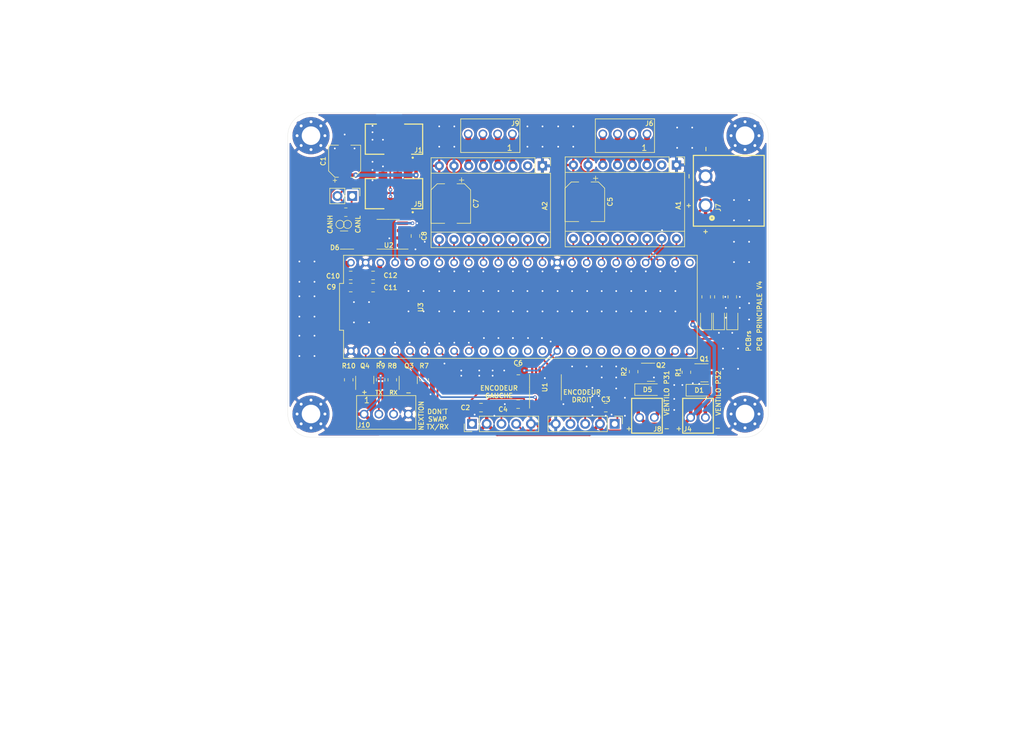
<source format=kicad_pcb>
(kicad_pcb (version 20211014) (generator pcbnew)
  (layers (0 "F.Cu" signal) (31 "B.Cu" signal) (34 "B.Paste" user) (35 "F.Paste" user) (36 "B.SilkS" user "B.Silkscreen") (37 "F.SilkS" user "F.Silkscreen") (38 "B.Mask" user) (39 "F.Mask" user) (44 "Edge.Cuts" user))
  (net 0 "")
  (net 1 "GND")
  (net 3 "Net-(A1-Pad3)")
  (net 4 "Net-(A1-Pad4)")
  (net 5 "Net-(A1-Pad5)")
  (net 6 "Net-(A1-Pad6)")
  (net 7 "+24V")
  (net 8 "/EN_D")
  (net 9 "/M0_D")
  (net 10 "/M1_D")
  (net 11 "/M2_D")
  (net 12 "/RST_D")
  (net 13 "/SLP_D")
  (net 14 "/STP_D")
  (net 15 "/DIR_D")
  (net 17 "Net-(A2-Pad3)")
  (net 18 "Net-(A2-Pad4)")
  (net 19 "Net-(A2-Pad5)")
  (net 20 "Net-(A2-Pad6)")
  (net 21 "/EN_G")
  (net 22 "/M0_G")
  (net 23 "/M1_G")
  (net 24 "/M2_G")
  (net 25 "/RST_G")
  (net 26 "/SLP_G")
  (net 27 "/STP_G")
  (net 28 "/DIR_G")
  (net 29 "+5V")
  (net 30 "+3V3")
  (net 31 "Net-(D1-Pad2)")
  (net 32 "Net-(D2-Pad2)")
  (net 33 "Net-(D3-Pad2)")
  (net 34 "Net-(D4-Pad2)")
  (net 35 "Net-(D5-Pad2)")
  (net 36 "/CANH")
  (net 37 "/CANL")
  (net 38 "/S1_G")
  (net 39 "/S2_G")
  (net 40 "/S3_G")
  (net 41 "/S1_D")
  (net 42 "/S2_D")
  (net 43 "/S3_D")
  (net 44 "/Level_shifter/IN")
  (net 45 "/Level_shifter1/IN")
  (net 46 "Net-(JP1-Pad1)")
  (net 47 "Net-(Q1-Pad1)")
  (net 48 "Net-(Q2-Pad1)")
  (net 49 "/NEXTION_TX")
  (net 50 "/NEXTION_RX")
  (net 51 "/PWM_FAN1")
  (net 52 "/PWM_FAN2")
  (net 53 "/CHANNEL_B_G")
  (net 54 "/CHANNEL_A_G")
  (net 55 "/CHANNEL_IDX_G")
  (net 56 "/CHANNEL_B_D")
  (net 57 "/CHANNEL_A_D")
  (net 58 "/CHANNEL_IDX_D")
  (net 59 "/TX_CAN")
  (net 60 "/RX_CAN")
  (footprint "Resistor_SMD:R_0805_2012Metric_Pad1.20x1.40mm_HandSolder" (layer "F.Cu") (at 101.9 73)
    (fp_text reference "R6" hide)
    (fp_text value "120")
  )
  (footprint "Capacitor_SMD:CP_Elec_6.3x5.4" (layer "F.Cu") (at 120 71.5 -90)
    (fp_text reference "C7")
    (fp_text value "47u")
  )
  (footprint "Package_TO_SOT_SMD:SOT-23" (layer "F.Cu") (at 154.5 100.6)
    (fp_text reference "Q2")
    (fp_text value "Q_NPN_BEC")
  )
  (footprint "Capacitor_SMD:C_0805_2012Metric_Pad1.18x1.45mm_HandSolder" (layer "F.Cu") (at 106.6 86 180)
    (fp_text reference "C11")
    (fp_text value "100n")
  )
  (footprint "Package_SO:SOIC-8_3.9x4.9mm_P1.27mm" (layer "F.Cu") (at 109.2 76.8 180)
    (fp_text reference "U2")
    (fp_text value "SN65HVD232")
  )
  (footprint "MountingHole:MountingHole_3.2mm_M3_Pad_Via" (layer "F.Cu") (at 170.7 107.8)
    (fp_text reference "H1" hide)
    (fp_text value "MountingHole_Pad")
  )
  (footprint "AREA_lib_Connector:Wuerth_2.54mm_4pins_61900411121" (layer "F.Cu") (at 150 59.5)
    (fp_text reference "J6")
    (fp_text value "MOTOR_D")
  )
  (footprint "Resistor_SMD:R_0805_2012Metric_Pad1.20x1.40mm_HandSolder" (layer "F.Cu") (at 166.2 87.6 -90)
    (fp_text reference "R4" hide)
    (fp_text value "560")
  )
  (footprint "AREA_lib_Connector:Wuerth_2.54mm_4pins_61900411121" (layer "F.Cu") (at 126.8 59.5)
    (fp_text reference "J9")
    (fp_text value "MOTOR_G")
  )
  (footprint "Resistor_SMD:R_0805_2012Metric_Pad1.20x1.40mm_HandSolder" (layer "F.Cu") (at 160.6 100.6 90)
    (fp_text reference "R1")
    (fp_text value "10k")
  )
  (footprint "Capacitor_SMD:C_0805_2012Metric_Pad1.18x1.45mm_HandSolder" (layer "F.Cu") (at 113.9 77.1 90)
    (fp_text reference "C8")
    (fp_text value "100n")
  )
  (footprint "Diode_SMD:D_SOD-123" (layer "F.Cu") (at 162.8 103.7)
    (fp_text reference "D1")
    (fp_text value "1N4148W")
  )
  (footprint "Connector_PinHeader_2.54mm:PinHeader_1x02_P2.54mm_Vertical" (layer "F.Cu") (at 103 70.2 -90)
    (fp_text reference "JP1" hide)
    (fp_text value "120")
  )
  (footprint "AREA_lib_Connector:690367290476" (layer "F.Cu") (at 110.2 69.8)
    (fp_text reference "J5")
    (fp_text value "CAN")
  )
  (footprint "Connector_PinHeader_2.54mm:PinHeader_1x05_P2.54mm_Vertical" (layer "F.Cu") (at 148.235 109.5 -90)
    (fp_text reference "J3" hide)
    (fp_text value "ENCODEUR_D")
  )
  (footprint "Capacitor_SMD:C_0805_2012Metric_Pad1.18x1.45mm_HandSolder" (layer "F.Cu") (at 146.7 106.7)
    (fp_text reference "C3")
    (fp_text value "100n")
  )
  (footprint "Module:Pololu_Breakout-16_15.2x20.3mm" (layer "F.Cu") (at 158.89 64.86 -90)
    (fp_text reference "A1")
    (fp_text value "Pololu_Breakout_DRV8825")
  )
  (footprint "Package_SO:TSSOP-16_4.4x5mm_P0.65mm" (layer "F.Cu") (at 136.3 103.2 90)
    (fp_text reference "U1")
    (fp_text value "4504")
  )
  (footprint "Package_TO_SOT_SMD:SOT-23" (layer "F.Cu") (at 101.6 77.8 180)
    (fp_text reference "D6")
    (fp_text value "TVS")
  )
  (footprint "Resistor_SMD:R_0805_2012Metric_Pad1.20x1.40mm_HandSolder" (layer "F.Cu") (at 164 87.6 -90)
    (fp_text reference "R3" hide)
    (fp_text value "4.7k")
  )
  (footprint "Capacitor_SMD:CP_Elec_5x5.4" (layer "F.Cu") (at 101.7 64.2 90)
    (fp_text reference "C1")
    (fp_text value "10u")
  )
  (footprint "Capacitor_SMD:C_0805_2012Metric_Pad1.18x1.45mm_HandSolder" (layer "F.Cu") (at 125.2 106.7 180)
    (fp_text reference "C2")
    (fp_text value "100n")
  )
  (footprint "Connector_PinHeader_2.54mm:PinHeader_1x05_P2.54mm_Vertical" (layer "F.Cu") (at 123.64 109.5 90)
    (fp_text reference "J2" hide)
    (fp_text value "ENCODEUR_G")
  )
  (footprint "LED_SMD:LED_0805_2012Metric_Pad1.15x1.40mm_HandSolder" (layer "F.Cu") (at 166.2 91.4 90)
    (fp_text reference "D3" hide)
    (fp_text value "LED")
  )
  (footprint "TestPoint:TestPoint_Pad_D1.0mm" (layer "F.Cu") (at 100.9 75.1 -90)
    (fp_text reference "TP1" hide)
    (fp_text value "CANH")
  )
  (footprint "Module:Pololu_Breakout-16_15.2x20.3mm" (layer "F.Cu") (at 135.78 65 -90)
    (fp_text reference "A2")
    (fp_text value "Pololu_Breakout_DRV8825")
  )
  (footprint "AREA_lib_Connector:Wuerth_2.54mm_4pins_61900411121" (layer "F.Cu") (at 108.86 107.82 180)
    (fp_text reference "J10")
    (fp_text value "NEXTION")
  )
  (footprint "MountingHole:MountingHole_3.2mm_M3_Pad_Via" (layer "F.Cu") (at 95.9 59.8)
    (fp_text reference "H2" hide)
    (fp_text value "MountingHole_Pad")
  )
  (footprint "Capacitor_SMD:C_0805_2012Metric_Pad1.18x1.45mm_HandSolder" (layer "F.Cu") (at 131.6375 100.3)
    (fp_text reference "C6")
    (fp_text value "100n")
  )
  (footprint "AREA_lib_Connector:Wuerth_2.54mm_2pins_61900211121" (layer "F.Cu") (at 153.8 108.1 180)
    (fp_text reference "J8")
    (fp_text value "FAN")
  )
  (footprint "AREA_lib_Connector:Wuerth_batcon_691313710002" (layer "F.Cu") (at 163.9 69.3 90)
    (fp_text reference "J7")
    (fp_text value "BATT")
  )
  (footprint "Package_TO_SOT_SMD:SOT-23" (layer "F.Cu") (at 163.7 100.7)
    (fp_text reference "Q1")
    (fp_text value "Q_NPN_BEC")
  )
  (footprint "Resistor_SMD:R_0805_2012Metric_Pad1.20x1.40mm_HandSolder" (layer "F.Cu") (at 102.4 101.9 -90)
    (fp_text reference "R10")
    (fp_text value "10k")
  )
  (footprint "Resistor_SMD:R_0805_2012Metric_Pad1.20x1.40mm_HandSolder" (layer "F.Cu") (at 109.91 101.9 -90)
    (fp_text reference "R8")
    (fp_text value "10k")
  )
  (footprint "Resistor_SMD:R_0805_2012Metric_Pad1.20x1.40mm_HandSolder" (layer "F.Cu") (at 107.9 101.9 90)
    (fp_text reference "R9")
    (fp_text value "10k")
  )
  (footprint "Resistor_SMD:R_0805_2012Metric_Pad1.20x1.40mm_HandSolder" (layer "F.Cu") (at 168.5 87.6 -90)
    (fp_text reference "R5" hide)
    (fp_text value "220")
  )
  (footprint "Resistor_SMD:R_0805_2012Metric_Pad1.20x1.40mm_HandSolder" (layer "F.Cu") (at 115.41 101.9 90)
    (fp_text reference "R7")
    (fp_text value "10k")
  )
  (footprint "TestPoint:TestPoint_Pad_D1.0mm" (layer "F.Cu") (at 102.2 75.1 -90)
    (fp_text reference "TP2" hide)
    (fp_text value "CANL")
  )
  (footprint "Resistor_SMD:R_0805_2012Metric_Pad1.20x1.40mm_HandSolder" (layer "F.Cu") (at 151.5 100.5 90)
    (fp_text reference "R2")
    (fp_text value "10k")
  )
  (footprint "Capacitor_SMD:C_0805_2012Metric_Pad1.18x1.45mm_HandSolder" (layer "F.Cu") (at 131.6 106.1)
    (fp_text reference "C4")
    (fp_text value "100n")
  )
  (footprint "MountingHole:MountingHole_3.2mm_M3_Pad_Via" (layer "F.Cu") (at 95.9 107.8)
    (fp_text reference "H3" hide)
    (fp_text value "MountingHole_Pad")
  )
  (footprint "Capacitor_SMD:C_0805_2012Metric_Pad1.18x1.45mm_HandSolder" (layer "F.Cu") (at 102.7475 86)
    (fp_text reference "C9")
    (fp_text value "100n")
  )
  (footprint "Package_TO_SOT_SMD:SOT-23" (layer "F.Cu") (at 105.16 101.92 90)
    (fp_text reference "Q4")
    (fp_text value "SI2302S")
  )
  (footprint "AREA_lib_Connector:690367290476" (layer "F.Cu") (at 110.2 60.4)
    (fp_text reference "J1")
    (fp_text value "CAN")
  )
  (footprint "Capacitor_SMD:CP_Elec_6.3x5.4" (layer "F.Cu") (at 143.1 71.2 -90)
    (fp_text reference "C5")
    (fp_text value "47u")
  )
  (footprint "Capacitor_SMD:C_0805_2012Metric_Pad1.18x1.45mm_HandSolder" (layer "F.Cu") (at 106.6 83.9 180)
    (fp_text reference "C12")
    (fp_text value "10u")
  )
  (footprint "AREA_lib_Connector:Wuerth_2.54mm_2pins_61900211121" (layer "F.Cu") (at 162.6 108.1 180)
    (fp_text reference "J4")
    (fp_text value "FAN")
  )
  (footprint "LED_SMD:LED_0805_2012Metric_Pad1.15x1.40mm_HandSolder" (layer "F.Cu") (at 168.5 91.4 90)
    (fp_text reference "D4" hide)
    (fp_text value "LED")
  )
  (footprint "AREA_lib_composant:Teensy_4-1" (layer "F.Cu") (at 131.99 89.32)
    (fp_text reference "U3")
    (fp_text value "TEENSY 4.1")
  )
  (footprint "MountingHole:MountingHole_3.2mm_M3_Pad_Via" (layer "F.Cu") (at 170.7 59.8)
    (fp_text reference "H4" hide)
    (fp_text value "MountingHole_Pad")
  )
  (footprint "LED_SMD:LED_0805_2012Metric_Pad1.15x1.40mm_HandSolder" (layer "F.Cu") (at 164 91.4 90)
    (fp_text reference "D2" hide)
    (fp_text value "LED")
  )
  (footprint "Capacitor_SMD:C_0805_2012Metric_Pad1.18x1.45mm_HandSolder" (layer "F.Cu") (at 102.7375 83.9)
    (fp_text reference "C10")
    (fp_text value "10u")
  )
  (footprint "Package_TO_SOT_SMD:SOT-23" (layer "F.Cu") (at 112.66 101.92 90)
    (fp_text reference "Q3")
    (fp_text value "SI2302S")
  )
  (footprint "Diode_SMD:D_SOD-123" (layer "F.Cu") (at 153.95 103.6)
    (fp_text reference "D5")
    (fp_text value "1N4148W")
  )
  (gr_line (start 91.9 59.8) (end 91.9 107.8) (layer "Edge.Cuts") (width 0.0381))
  (gr_arc (start 91.9 59.8) (mid 93.071573 56.971573) (end 95.9 55.8) (layer "Edge.Cuts") (width 0.0381))
  (gr_arc (start 170.7 55.8) (mid 173.528427 56.971573) (end 174.7 59.8) (layer "Edge.Cuts") (width 0.0381))
  (gr_line (start 95.9 111.8) (end 170.7 111.8) (layer "Edge.Cuts") (width 0.0381))
  (gr_arc (start 95.9 111.8) (mid 93.071573 110.628427) (end 91.9 107.8) (layer "Edge.Cuts") (width 0.0381))
  (gr_arc (start 174.7 107.8) (mid 173.528427 110.628427) (end 170.7 111.8) (layer "Edge.Cuts") (width 0.0381))
  (gr_line (start 170.7 55.8) (end 95.9 55.8) (layer "Edge.Cuts") (width 0.0381))
  (gr_line (start 174.7 59.8) (end 174.7 107.8) (layer "Edge.Cuts") (width 0.0381))
  (gr_text "-" (at 163.9 62.1 90) (layer "F.SilkS") (effects (font (size 0.8128 0.8128) (thickness 0.1524))))
  (gr_text "ENCODEUR\nGAUCHE" (at 128.3 104) (layer "F.SilkS") (effects (font (size 0.8128 0.8128) (thickness 0.1524))))
  (gr_text "VENTILO P31" (at 157.2 104.2 90) (layer "F.SilkS") (effects (font (size 0.8128 0.8128) (thickness 0.1524))))
  (gr_text "+" (at 161 71.8) (layer "F.SilkS") (effects (font (size 0.8128 0.8128) (thickness 0.1524))))
  (gr_text "+" (at 163.9 76.3) (layer "F.SilkS") (effects (font (size 0.8128 0.8128) (thickness 0.1524))))
  (gr_text "-" (at 166 110.3 180) (layer "F.SilkS") (effects (font (size 0.8128 0.8128) (thickness 0.1524))))
  (gr_text "+" (at 150.7 110.3) (layer "F.SilkS") (effects (font (size 0.8128 0.8128) (thickness 0.1524))))
  (gr_text "CANH" (at 99.2 75.1 90) (layer "F.SilkS") (effects (font (size 0.8128 0.8128) (thickness 0.1524))))
  (gr_text "-" (at 161 66.8 90) (layer "F.SilkS") (effects (font (size 0.8128 0.8128) (thickness 0.1524))))
  (gr_text "DON'T\nSWAP\nTX/RX" (at 117.7 108.7) (layer "F.SilkS") (effects (font (size 0.8128 0.8128) (thickness 0.1524))))
  (gr_text "-" (at 157.2 110.4 180) (layer "F.SilkS") (effects (font (size 0.8128 0.8128) (thickness 0.1524))))
  (gr_text "+" (at 105.1 104) (layer "F.SilkS") (effects (font (size 0.8128 0.8128) (thickness 0.1524))))
  (gr_text "PCBrs" (at 171.3 95.2 90) (layer "F.SilkS") (effects (font (size 0.8128 0.8128) (thickness 0.1524))))
  (gr_text "ENCODEUR\nDROIT" (at 142.6 104.7) (layer "F.SilkS") (effects (font (size 0.8128 0.8128) (thickness 0.1524))))
  (gr_text "TX" (at 107.6 104.1) (layer "F.SilkS") (effects (font (size 0.7 0.7) (thickness 0.1524))))
  (gr_text "-" (at 112.7 104.1) (layer "F.SilkS") (effects (font (size 0.8128 0.8128) (thickness 0.1524))))
  (gr_text "PCB PRINCIPALE V4" (at 173.2 90.9 90) (layer "F.SilkS") (effects (font (size 0.8128 0.8128) (thickness 0.1524))))
  (gr_text "VENTILO P32" (at 166.1 104.2 90) (layer "F.SilkS") (effects (font (size 0.8128 0.8128) (thickness 0.1524))))
  (gr_text "RX" (at 110.1 104.1) (layer "F.SilkS") (effects (font (size 0.7 0.7) (thickness 0.1524))))
  (gr_text "+" (at 159.3 110.3) (layer "F.SilkS") (effects (font (size 0.8128 0.8128) (thickness 0.1524))))
  (gr_text "CANL" (at 104 75.1 90) (layer "F.SilkS") (effects (font (size 0.8128 0.8128) (thickness 0.1524))))
  (gr_text "NEXTION" (at 114.9 108.1 90) (layer "F.SilkS") (effects (font (size 0.8128 0.8128) (thickness 0.1524))))
  (segment (start 135.975 101.375) (end 135.975 100.3375) (width 0.4) (layer "F.Cu") (net 1))
  (segment (start 136.2 101.6) (end 135.975 101.375) (width 0.4) (layer "F.Cu") (net 1))
  (via (at 123.1 95.5) (size 0.6) (drill 0.3) (layers "F.Cu" "B.Cu") (net 1))
  (via (at 135.7 94.7) (size 0.6) (drill 0.3) (layers "F.Cu" "B.Cu") (net 1))
  (via (at 115.3 90.1) (size 0.6) (drill 0.3) (layers "F.Cu" "B.Cu") (net 1))
  (via (at 169.8 89.5) (size 0.6) (drill 0.3) (layers "F.Cu" "B.Cu") (net 1))
  (via (at 125.6 86.6) (size 0.6) (drill 0.3) (layers "F.Cu" "B.Cu") (net 1))
  (via (at 171.4 78.1) (size 0.6) (drill 0.3) (layers "F.Cu" "B.Cu") (net 1))
  (via (at 105.9 92) (size 0.6) (drill 0.3) (layers "F.Cu" "B.Cu") (net 1))
  (via (at 105.9 88.5) (size 0.6) (drill 0.3) (layers "F.Cu" "B.Cu") (net 1))
  (via (at 120.6 83.2) (size 0.6) (drill 0.3) (layers "F.Cu" "B.Cu") (net 1))
  (via (at 129.2 100.3) (size 0.6) (drill 0.3) (layers "F.Cu" "B.Cu") (net 1))
  (via (at 140.9 83.2) (size 0.6) (drill 0.3) (layers "F.Cu" "B.Cu") (net 1))
  (via (at 148.5 99.6) (size 0.6) (drill 0.3) (layers "F.Cu" "B.Cu") (net 1))
  (via (at 103.4 62) (size 0.6) (drill 0.3) (layers "F.Cu" "B.Cu") (net 1))
  (via (at 166.9 96.5) (size 0.6) (drill 0.3) (layers "F.Cu" "B.Cu") (net 1))
  (via (at 140.9 90.1) (size 0.6) (drill 0.3) (layers "F.Cu" "B.Cu") (net 1))
  (via (at 124.1 107.9) (size 0.6) (drill 0.3) (layers "F.Cu" "B.Cu") (net 1))
  (via (at 96.5 87.5) (size 0.6) (drill 0.3) (layers "F.Cu" "B.Cu") (net 1))
  (via (at 158.7 83.2) (size 0.6) (drill 0.3) (layers "F.Cu" "B.Cu") (net 1))
  (via (at 153.6 86.6) (size 0.6) (drill 0.3) (layers "F.Cu" "B.Cu") (net 1))
  (via (at 138.4 83.2) (size 0.6) (drill 0.3) (layers "F.Cu" "B.Cu") (net 1))
  (via (at 146 86.6) (size 0.6) (drill 0.3) (layers "F.Cu" "B.Cu") (net 1))
  (via (at 169.5 100) (size 0.6) (drill 0.3) (layers "F.Cu" "B.Cu") (net 1))
  (via (at 144.4 103.3) (size 0.6) (drill 0.3) (layers "F.Cu" "B.Cu") (net 1))
  (via (at 106.5 60.5) (size 0.6) (drill 0.3) (layers "F.Cu" "B.Cu") (net 1))
  (via (at 112.7 86.6) (size 0.6) (drill 0.3) (layers "F.Cu" "B.Cu") (net 1))
  (via (at 128.2 94.7) (size 0.6) (drill 0.3) (layers "F.Cu" "B.Cu") (net 1))
  (via (at 141.1 58.2) (size 0.6) (drill 0.3) (layers "F.Cu" "B.Cu") (net 1))
  (via (at 115.3 86.6) (size 0.6) (drill 0.3) (layers "F.Cu" "B.Cu") (net 1))
  (via (at 148.5 86.6) (size 0.6) (drill 0.3) (layers "F.Cu" "B.Cu") (net 1))
  (via (at 166.9 100) (size 0.6) (drill 0.3) (layers "F.Cu" "B.Cu") (net 1))
  (via (at 93.9 81.5) (size 0.6) (drill 0.3) (layers "F.Cu" "B.Cu") (net 1))
  (via (at 158.5 107.1) (size 0.6) (drill 0.3) (layers "F.Cu" "B.Cu") (net 1))
  (via (at 93.9 97.8) (size 0.6) (drill 0.3) (layers "F.Cu" "B.Cu") (net 1))
  (via (at 103.3 92) (size 0.6) (drill 0.3) (layers "F.Cu" "B.Cu") (net 1))
  (via (at 159 58.4) (size 0.6) (drill 0.3) (layers "F.Cu" "B.Cu") (net 1))
  (via (at 167.4 89.5) (size 0.6) (drill 0.3) (layers "F.Cu" "B.Cu") (net 1))
  (via (at 124.9 100.3) (size 0.6) (drill 0.3) (layers "F.Cu" "B.Cu") (net 1))
  (via (at 146.7 108.1) (size 0.6) (drill 0.3) (layers "F.Cu" "B.Cu") (net 1))
  (via (at 133.2 61.7) (size 0.6) (drill 0.3) (layers "F.Cu" "B.Cu") (net 1))
  (via (at 128.2 86.6) (size 0.6) (drill 0.3) (layers "F.Cu" "B.Cu") (net 1))
  (via (at 133.2 86.6) (size 0.6) (drill 0.3) (layers "F.Cu" "B.Cu") (net 1))
  (via (at 130.7 83.2) (size 0.6) (drill 0.3) (layers "F.Cu" "B.Cu") (net 1))
  (via (at 168.8 70.9) (size 0.6) (drill 0.3) (layers "F.Cu" "B.Cu") (net 1))
  (via (at 115.5 78.1) (size 0.6) (drill 0.3) (layers "F.Cu" "B.Cu") (net 1))
  (via (at 120.6 58.2) (size 0.6) (drill 0.3) (layers "F.Cu" "B.Cu") (net 1))
  (via (at 146 101.5) (size 0.6) (drill 0.3) (layers "F.Cu" "B.Cu") (net 1))
  (via (at 123.1 86.6) (size 0.6) (drill 0.3) (layers "F.Cu" "B.Cu") (net 1))
  (via (at 144.4 108) (size 0.6) (drill 0.3) (layers "F.Cu" "B.Cu") (net 1))
  (via (at 135.8 90.1) (size 0.6) (drill 0.3) (layers "F.Cu" "B.Cu") (net 1))
  (via (at 118 95.6) (size 0.6) (drill 0.3) (layers "F.Cu" "B.Cu") (net 1))
  (via (at 140.9 86.6) (size 0.6) (drill 0.3) (layers "F.Cu" "B.Cu") (net 1))
  (via (at 96.5 91) (size 0.6) (drill 0.3) (layers "F.Cu" "B.Cu") (net 1))
  (via (at 146 83.2) (size 0.6) (drill 0.3) (layers "F.Cu" "B.Cu") (net 1))
  (via (at 168.8 74.4) (size 0.6) (drill 0.3) (layers "F.Cu" "B.Cu") (net 1))
  (via (at 115.5 95.5) (size 0.6) (drill 0.3) (layers "F.Cu" "B.Cu") (net 1))
  (via (at 135.8 58.2) (size 0.6) (drill 0.3) (layers "F.Cu" "B.Cu") (net 1))
  (via (at 133.2 58.2) (size 0.6) (drill 0.3) (layers "F.Cu" "B.Cu") (net 1))
  (via (at 112.7 90.1) (size 0.6) (drill 0.3) (layers "F.Cu" "B.Cu") (net 1))
  (via (at 120.6 61.7) (size 0.6) (drill 0.3) (layers "F.Cu" "B.Cu") (net 1))
  (via (at 125.6 90.1) (size 0.6) (drill 0.3) (layers "F.Cu" "B.Cu") (net 1))
  (via (at 103.3 88.5) (size 0.6) (drill 0.3) (layers "F.Cu" "B.Cu") (net 1))
  (via (at 156.4 76.1) (size 0.6) (drill 0.3) (layers "F.Cu" "B.Cu") (net 1))
  (via (at 150 108.1) (size 0.6) (drill 0.3) (layers "F.Cu" "B.Cu") (net 1))
  (via (at 138.5 61.7) (size 0.6) (drill 0.3) (layers "F.Cu" "B.Cu") (net 1))
  (via (at 125.7 94.7) (size 0.6) (drill 0.3) (layers "F.Cu" "B.Cu") (net 1))
  (via (at 125.6 83.2) (size 0.6) (drill 0.3) (layers "F.Cu" "B.Cu") (net 1))
  (via (at 144.4 104.7) (size 0.6) (drill 0.3) (layers "F.Cu" "B.Cu") (net 1))
  (via (at 171.4 91.5) (size 0.6) (drill 0.3) (layers "F.Cu" "B.Cu") (net 1))
  (via (at 133.2 83.2) (size 0.6) (drill 0.3) (layers "F.Cu" "B.Cu") (net 1))
  (via (at 120.6 90.1) (size 0.6) (drill 0.3) (layers "F.Cu" "B.Cu") (net 1))
  (via (at 167.3 87.6) (size 0.6) (drill 0.3) (layers "F.Cu" "B.Cu") (net 1))
  (via (at 146 90.1) (size 0.6) (drill 0.3) (layers "F.Cu" "B.Cu") (net 1))
  (via (at 93.9 87.5) (size 0.6) (drill 0.3) (layers "F.Cu" "B.Cu") (net 1))
  (via (at 128.2 90.1) (size 0.6) (drill 0.3) (layers "F.Cu" "B.Cu") (net 1))
  (via (at 138.4 90.1) (size 0.6) (drill 0.3) (layers "F.Cu" "B.Cu") (net 1))
  (via (at 138.5 58.2) (size 0.6) (drill 0.3) (layers "F.Cu" "B.Cu") (net 1))
  (via (at 109.4 77.5) (size 0.6) (drill 0.3) (layers "F.Cu" "B.Cu") (net 1))
  (via (at 150 105) (size 0.6) (drill 0.3) (layers "F.Cu" "B.Cu") (net 1))
  (via (at 123.1 83.2) (size 0.6) (drill 0.3) (layers "F.Cu" "B.Cu") (net 1))
  (via (at 143.5 86.6) (size 0.6) (drill 0.3) (layers "F.Cu" "B.Cu") (net 1))
  (via (at 156.1 83.2) (size 0.6) (drill 0.3) (layers "F.Cu" "B.Cu") (net 1))
  (via (at 158.7 86.6) (size 0.6) (drill 0.3) (layers "F.Cu" "B.Cu") (net 1))
  (via (at 158.7 90.1) (size 0.6) (drill 0.3) (layers "F.Cu" "B.Cu") (net 1))
  (via (at 141.1 61.7) (size 0.6) (drill 0.3) (layers "F.Cu" "B.Cu") (net 1))
  (via (at 106.5 64.3) (size 0.6) (drill 0.3) (layers "F.Cu" "B.Cu") (net 1))
  (via (at 120.6 95.5) (size 0.6) (drill 0.3) (layers "F.Cu" "B.Cu") (net 1))
  (via (at 159.9 102.8) (size 0.6) (drill 0.3) (layers "F.Cu" "B.Cu") (net 1))
  (via (at 168.8 78.1) (size 0.6) (drill 0.3) (layers "F.Cu" "B.Cu") (net 1))
  (via (at 118 83.2) (size 0.6) (drill 0.3) (layers "F.Cu" "B.Cu") (net 1))
  (via (at 155 101.5) (size 0.6) (drill 0.3) (layers "F.Cu" "B.Cu") (net 1))
  (via (at 171.4 88.7) (size 0.6) (drill 0.3) (layers "F.Cu" "B.Cu") (net 1))
  (via (at 136.2 101.6) (size 0.6) (drill 0.3) (layers "F.Cu" "B.Cu") (net 1))
  (via (at 168.8 81.6) (size 0.6) (drill 0.3) (layers "F.Cu" "B.Cu") (net 1))
  (via (at 108.3 65.1) (size 0.6) (drill 0.3) (layers "F.Cu" "B.Cu") (net 1))
  (via (at 158.5 102.8) (size 0.6) (drill 0.3) (layers "F.Cu" "B.Cu") (net 1))
  (via (at 110.4 95.5) (size 0.6) (drill 0.3) (layers "F.Cu" "B.Cu") (net 1))
  (via (at 93.9 91) (size 0.6) (drill 0.3) (layers "F.Cu" "B.Cu") (net 1))
  (via (at 143.5 90.1) (size 0.6) (drill 0.3) (layers "F.Cu" "B.Cu") (net 1))
  (via (at 145.5 104.7) (size 0.6) (drill 0.3) (layers "F.Cu" "B.Cu") (net 1))
  (via (at 138.4 86.6) (size 0.6) (drill 0.3) (layers "F.Cu" "B.Cu") (net 1))
  (via (at 169.5 96.5) (size 0.6) (drill 0.3) (layers "F.Cu" "B.Cu") (net 1))
  (via (at 148.5 101.5) (size 0.6) (drill 0.3) (layers "F.Cu" "B.Cu") (net 1))
  (via (at 118 86.6) (size 0.6) (drill 0.3) (layers "F.Cu" "B.Cu") (net 1))
  (via (at 130.7 94.7) (size 0.6) (drill 0.3) (layers "F.Cu" "B.Cu") (net 1))
  (via (at 151.1 90.1) (size 0.6) (drill 0.3) (layers "F.Cu" "B.Cu") (net 1))
  (via (at 118 61.7) (size 0.6) (drill 0.3) (layers "F.Cu" "B.Cu") (net 1))
  (via (at 151.1 83.2) (size 0.6) (drill 0.3) (layers "F.Cu" "B.Cu") (net 1))
  (via (at 129.3 106.1) (size 0.6) (drill 0.3) (layers "F.Cu" "B.Cu") (net 1))
  (via (at 159 61.9) (size 0.6) (drill 0.3) (layers "F.Cu" "B.Cu") (net 1))
  (via (at 144.4 106.6) (size 0.6) (drill 0.3) (layers "F.Cu" "B.Cu") (net 1))
  (via (at 161.6 61.9) (size 0.6) (drill 0.3) (layers "F.Cu" "B.Cu") (net 1))
  (via (at 135.8 61.7) (size 0.6) (drill 0.3) (layers "F.Cu" "B.Cu") (net 1))
  (via (at 106.5 58.1) (size 0.6) (drill 0.3) (layers "F.Cu" "B.Cu") (net 1))
  (via (at 96.5 81.5) (size 0.6) (drill 0.3) (layers "F.Cu" "B.Cu") (net 1))
  (via (at 101.7 59.6) (size 0.6) (drill 0.3) (layers "F.Cu" "B.Cu") (net 1))
  (via (at 151.1 86.6) (size 0.6) (drill 0.3) (layers "F.Cu" "B.Cu") (net 1))
  (via (at 161.7 102.5) (size 0.6) (drill 0.3) (layers "F.Cu" "B.Cu") (net 1))
  (via (at 161.6 58.4) (size 0.6) (drill 0.3) (layers "F.Cu" "B.Cu") (net 1))
  (via (at 137.2 95.3) (size 0.6) (drill 0.3) (layers "F.Cu" "B.Cu") (net 1))
  (via (at 100 62) (size 0.6) (drill 0.3) (layers "F.Cu" "B.Cu") (net 1))
  (via (at 135.8 83.2) (size 0.6) (drill 0.3) (layers "F.Cu" "B.Cu") (net 1))
  (via (at 106.5 65.7) (size 0.6) (drill 0.3) (layers "F.Cu" "B.Cu") (net 1))
  (via (at 130.7 90.1) (size 0.6) (drill 0.3) (layers "F.Cu" "B.Cu") (net 1))
  (via (at 148.5 103.4) (size 0.6) (drill 0.3) (layers "F.Cu" "B.Cu") (net 1))
  (via (at 121.8 101.2) (size 0.6) (drill 0.3) (layers "F.Cu" "B.Cu") (net 1))
  (via (at 133.3 94.7) (size 0.6) (drill 0.3) (layers "F.Cu" "B.Cu") (net 1))
  (via (at 162.8 102.6) (size 0.6) (drill 0.3) (layers "F.Cu" "B.Cu") (net 1))
  (via (at 135.8 86.6) (size 0.6) (drill 0.3) (layers "F.Cu" "B.Cu") (net 1))
  (via (at 156.1 90.1) (size 0.6) (drill 0.3) (layers "F.Cu" "B.Cu") (net 1))
  (via (at 118.9 99.1) (size 0.6) (drill 0.3) (layers "F.Cu" "B.Cu") (net 1))
  (via (at 139.4 106.1) (size 0.6) (drill 0.3) (layers "F.Cu" "B.Cu") (net 1))
  (via (at 123.1 90.1) (size 0.6) (drill 0.3) (layers "F.Cu" "B.Cu") (net 1))
  (via (at 127.5 108.1) (size 0.6) (drill 0.3) (layers "F.Cu" "B.Cu") (net 1))
  (via (at 167.4 91.2) (size 0.6) (drill 0.3) (layers "F.Cu" "B.Cu") (net 1))
  (via (at 106.5 59.2) (size 0.6) (drill 0.3) (layers "F.Cu" "B.Cu") (net 1))
  (via (at 158.5 105.2) (size 0.6) (drill 0.3) (layers "F.Cu" "B.Cu") (net 1))
  (via (at 143.5 83.2) (size 0.6) (drill 0.3) (layers "F.Cu" "B.Cu") (net 1))
  (via (at 96.5 85) (size 0.6) (drill 0.3) (layers "F.Cu" "B.Cu") (net 1))
  (via (at 166.2 93.8) (size 0.6) (drill 0.3) (layers "F.Cu" "B.Cu") (net 1))
  (via (at 171.4 81.6) (size 0.6) (drill 0.3) (layers "F.Cu" "B.Cu") (net 1))
  (via (at 143.4 99.6) (size 0.6) (drill 0.3) (layers "F.Cu" "B.Cu") (net 1))
  (via (at 146 99.6) (size 0.6) (drill 0.3) (layers "F.Cu" "B.Cu") (net 1))
  (via (at 116.5 104.4) (size 0.6) (drill 0.3) (layers "F.Cu" "B.Cu") (net 1))
  (via (at 113.9 79.4) (size 0.6) (drill 0.3) (layers "F.Cu" "B.Cu") (net 1))
  (via (at 140.9 99.6) (size 0.6) (drill 0.3) (layers "F.Cu" "B.Cu") (net 1))
  (via (at 168.5 93.8) (size 0.6) (drill 0.3) (layers "F.Cu" "B.Cu") (net 1))
  (via (at 133.2 90.1) (size 0.6) (drill 0.3) (layers "F.Cu" "B.Cu") (net 1))
  (via (at 124.9 101.2) (size 0.6) (drill 0.3) (layers "F.Cu" "B.Cu") (net 1))
  (via (at 96.5 97.8) (size 0.6) (drill 0.3) (layers "F.Cu" "B.Cu") (net 1))
  (via (at 156.1 86.6) (size 0.6) (drill 0.3) (layers "F.Cu" "B.Cu") (net 1))
  (via (at 96.5 94.3) (size 0.6) (drill 0.3) (layers "F.Cu" "B.Cu") (net 1))
  (via (at 148.5 90.1) (size 0.6) (drill 0.3) (layers "F.Cu" "B.Cu") (net 1))
  (via (at 130.7 86.6) (size 0.6) (drill 0.3) (layers "F.Cu" "B.Cu") (net 1))
  (via (at 108.3 60.5) (size 0.6) (drill 0.3) (layers "F.Cu" "B.Cu") (net 1))
  (via (at 121.8 100.3) (size 0.6) (drill 0.3) (layers "F.Cu" "B.Cu") (net 1))
  (via (at 127.2 100.3) (size 0.6) (drill 0.3) (layers "F.Cu" "B.Cu") (net 1))
  (via (at 114.2 74.9) (size 0.6) (drill 0.3) (layers "F.Cu" "B.Cu") (net 1))
  (via (at 171.4 70.9) (size 0.6) (drill 0.3) (layers "F.Cu" "B.Cu") (net 1))
  (via (at 128.2 83.2) (size 0.6) (drill 0.3) (layers "F.Cu" "B.Cu") (net 1))
  (via (at 153.6 83.2) (size 0.6) (drill 0.3) (layers "F.Cu" "B.Cu") (net 1))
  (via (at 153.6 90.1) (size 0.6) (drill 0.3) (layers "F.Cu" "B.Cu") (net 1))
  (via (at 93.9 85) (size 0.6) (drill 0.3) (layers "F.Cu" "B.Cu") (net 1))
  (via (at 127.2 101.2) (size 0.6) (drill 0.3) (layers "F.Cu" "B.Cu") (net 1))
  (via (at 106.5 67.5) (size 0.6) (drill 0.3) (layers "F.Cu" "B.Cu") (net 1))
  (via (at 118 58.2) (size 0.6) (drill 0.3) (layers "F.Cu" "B.Cu") (net 1))
  (via (at 169.8 87.6) (size 0.6) (drill 0.3) (layers "F.Cu" "B.Cu") (net 1))
  (via (at 93.9 94.3) (size 0.6) (drill 0.3) (layers "F.Cu" "B.Cu") (net 1))
  (via (at 120.6 86.6) (size 0.6) (drill 0.3) (layers "F.Cu" "B.Cu") (net 1))
  (via (at 148.5 83.2) (size 0.6) (drill 0.3) (layers "F.Cu" "B.Cu") (net 1))
  (via (at 112.9 95.5) (size 0.6) (drill 0.3) (layers "F.Cu" "B.Cu") (net 1))
  (via (at 118 90.1) (size 0.6) (drill 0.3) (layers "F.Cu" "B.Cu") (net 1))
  (via (at 147.7 107.9) (size 0.6) (drill 0.3) (layers "F.Cu" "B.Cu") (net 1))
  (via (at 171.4 74.4) (size 0.6) (drill 0.3) (layers "F.Cu" "B.Cu") (net 1))
  (segment (start 153.81 59.5) (end 153.81 64.86) (width 1) (layer "F.Cu") (net 3))
  (segment (start 151.27 59.5) (end 151.27 64.86) (width 1) (layer "F.Cu") (net 4))
  (segment (start 148.73 59.5) (end 148.73 64.86) (width 1) (layer "F.Cu") (net 5))
  (segment (start 146.19 59.5) (end 146.19 64.86) (width 1) (layer "F.Cu") (net 6))
  (segment (start 161.33 108.4) (end 161.33 103.88) (width 0.6) (layer "F.Cu") (net 7))
  (segment (start 160.149489 109.580511) (end 161.33 108.4) (width 0.6) (layer "F.Cu") (net 7))
  (segment (start 163.9 86.5) (end 164 86.6) (width 0.6) (layer "F.Cu") (net 7))
  (segment (start 163.9 71.8) (end 163.9 86.5) (width 0.6) (layer "F.Cu") (net 7))
  (segment (start 152.3 103.6) (end 152.3 108.17) (width 0.6) (layer "F.Cu") (net 7))
  (segment (start 162.2 86.6) (end 161.7 87.1) (width 0.6) (layer "F.Cu") (net 7))
  (segment (start 161.33 103.88) (end 161.15 103.7) (width 0.6) (layer "F.Cu") (net 7))
  (segment (start 164 86.6) (end 162.2 86.6) (width 0.6) (layer "F.Cu") (net 7))
  (segment (start 152.53 108.4) (end 153.710511 109.580511) (width 0.6) (layer "F.Cu") (net 7))
  (segment (start 152.3 108.17) (end 152.53 108.4) (width 0.6) (layer "F.Cu") (net 7))
  (segment (start 161.7 87.1) (end 161.7 92.4) (width 0.6) (layer "F.Cu") (net 7))
  (segment (start 153.710511 109.580511) (end 160.149489 109.580511) (width 0.6) (layer "F.Cu") (net 7))
  (via (at 161.7 92.4) (size 0.9) (drill 0.4) (layers "F.Cu" "B.Cu") (net 7))
  (segment (start 165.4 96.1) (end 165.4 104.33) (width 0.6) (layer "B.Cu") (net 7))
  (segment (start 165.4 104.33) (end 161.33 108.4) (width 0.6) (layer "B.Cu") (net 7))
  (segment (start 161.7 92.4) (end 165.4 96.1) (width 0.6) (layer "B.Cu") (net 7))
  (segment (start 141.11 77.56) (end 141.11 81.47) (width 0.3) (layer "F.Cu") (net 8))
  (segment (start 141.11 81.47) (end 140.88 81.7) (width 0.3) (layer "F.Cu") (net 8))
  (segment (start 143.65 77.56) (end 143.65 81.47) (width 0.3) (layer "F.Cu") (net 9))
  (segment (start 143.65 81.47) (end 143.42 81.7) (width 0.3) (layer "F.Cu") (net 9))
  (segment (start 146.19 77.56) (end 146.19 81.47) (width 0.3) (layer "F.Cu") (net 10))
  (segment (start 146.19 81.47) (end 145.96 81.7) (width 0.3) (layer "F.Cu") (net 10))
  (segment (start 148.73 77.56) (end 148.73 81.47) (width 0.3) (layer "F.Cu") (net 11))
  (segment (start 148.73 81.47) (end 148.5 81.7) (width 0.3) (layer "F.Cu") (net 11))
  (segment (start 151.27 81.47) (end 151.04 81.7) (width 0.3) (layer "F.Cu") (net 12))
  (segment (start 151.27 77.56) (end 151.27 81.47) (width 0.3) (layer "F.Cu") (net 12))
  (segment (start 153.81 77.56) (end 153.81 79.39) (width 0.3) (layer "F.Cu") (net 13))
  (segment (start 153.81 79.39) (end 156.12 81.7) (width 0.3) (layer "F.Cu") (net 13))
  (segment (start 156.35 78.93) (end 153.58 81.7) (width 0.3) (layer "B.Cu") (net 14))
  (segment (start 156.35 77.56) (end 156.35 78.93) (width 0.3) (layer "B.Cu") (net 14))
  (segment (start 158.89 81.47) (end 158.66 81.7) (width 0.3) (layer "F.Cu") (net 15))
  (segment (start 158.89 77.56) (end 158.89 81.47) (width 0.3) (layer "F.Cu") (net 15))
  (segment (start 130.61 64.91) (end 130.7 65) (width 1) (layer "F.Cu") (net 17))
  (segment (start 130.61 59.5) (end 130.61 64.91) (width 1) (layer "F.Cu") (net 17))
  (segment (start 128.07 59.5) (end 128.07 64.91) (width 1) (layer "F.Cu") (net 18))
  (segment (start 128.07 64.91) (end 128.16 65) (width 1) (layer "F.Cu") (net 18))
  (segment (start 125.53 64.91) (end 125.62 65) (width 1) (layer "F.Cu") (net 19))
  (segment (start 125.53 59.5) (end 125.53 64.91) (width 1) (layer "F.Cu") (net 19))
  (segment (start 122.99 59.5) (end 122.99 64.91) (width 1) (layer "F.Cu") (net 20))
  (segment (start 122.99 64.91) (end 123.08 65) (width 1) (layer "F.Cu") (net 20))
  (segment (start 118 81.68) (end 118.02 81.7) (width 0.3) (layer "F.Cu") (net 21))
  (segment (start 118 77.7) (end 118 81.68) (width 0.3) (layer "F.Cu") (net 21))
  (segment (start 120.54 77.7) (end 120.54 81.68) (width 0.3) (layer "F.Cu") (net 22))
  (segment (start 120.54 81.68) (end 120.56 81.7) (width 0.3) (layer "F.Cu") (net 22))
  (segment (start 123.08 81.68) (end 123.1 81.7) (width 0.3) (layer "F.Cu") (net 23))
  (segment (start 123.08 77.7) (end 123.08 81.68) (width 0.3) (layer "F.Cu") (net 23))
  (segment (start 125.62 81.68) (end 125.64 81.7) (width 0.3) (layer "F.Cu") (net 24))
  (segment (start 125.62 77.7) (end 125.62 81.68) (width 0.3) (layer "F.Cu") (net 24))
  (segment (start 128.16 77.7) (end 128.16 81.68) (width 0.3) (layer "F.Cu") (net 25))
  (segment (start 128.16 81.68) (end 128.18 81.7) (width 0.3) (layer "F.Cu") (net 25))
  (segment (start 130.7 77.7) (end 130.7 81.68) (width 0.3) (layer "F.Cu") (net 26))
  (segment (start 130.7 81.68) (end 130.72 81.7) (width 0.3) (layer "F.Cu") (net 26))
  (segment (start 133.24 77.7) (end 133.24 81.68) (width 0.3) (layer "F.Cu") (net 27))
  (segment (start 133.24 81.68) (end 133.26 81.7) (width 0.3) (layer "F.Cu") (net 27))
  (segment (start 135.78 77.7) (end 135.78 81.68) (width 0.3) (layer "F.Cu") (net 28))
  (segment (start 135.78 81.68) (end 135.8 81.7) (width 0.3) (layer "F.Cu") (net 28))
  (segment (start 167.5 84.2) (end 166.2 85.5) (width 0.6) (layer "F.Cu") (net 29))
  (segment (start 126.2375 106.7) (end 126.2375 105.5625) (width 0.3) (layer "F.Cu") (net 29))
  (segment (start 101.7 82.5) (end 101.7 81.8) (width 0.6) (layer "F.Cu") (net 29))
  (segment (start 114 63.3) (end 114 71.6) (width 0.6) (layer "F.Cu") (net 29))
  (segment (start 98.6 66.4) (end 96 69) (width 0.6) (layer "F.Cu") (net 29))
  (segment (start 171.7 84.2) (end 167.5 84.2) (width 0.6) (layer "F.Cu") (net 29))
  (segment (start 101.7 83.9) (end 101.7 82.78) (width 0.6) (layer "F.Cu") (net 29))
  (segment (start 165.523489 110.776511) (end 166.4 109.9) (width 0.6) (layer "F.Cu") (net 29))
  (segment (start 145.695 109.5) (end 145.695 110.195) (width 0.6) (layer "F.Cu") (net 29))
  (segment (start 113.35 62.65) (end 114 63.3) (width 0.6) (layer "F.Cu") (net 29))
  (segment (start 126.70152 105.09848) (end 132.49848 105.09848) (width 0.3) (layer "F.Cu") (net 29))
  (segment (start 113.55 72.05) (end 112.105 72.05) (width 0.6) (layer "F.Cu") (net 29))
  (segment (start 101.2 81.7) (end 101.6 81.7) (width 0.6) (layer "F.Cu") (net 29))
  (segment (start 101.98 82.5) (end 102.29 82.19) (width 0.6) (layer "F.Cu") (net 29))
  (segment (start 101.71 83.91) (end 101.7 83.9) (width 0.6) (layer "F.Cu") (net 29))
  (segment (start 101.7 82) (end 102 81.7) (width 0.6) (layer "F.Cu") (net 29))
  (segment (start 145.695 109.5) (end 145.695 106.7325) (width 0.6) (layer "F.Cu") (net 29))
  (segment (start 172.3 99.2) (end 172.3 84.8) (width 0.6) (layer "F.Cu") (net 29))
  (segment (start 117.7 101.7) (end 117.7 111.1) (width 0.3) (layer "F.Cu") (net 29))
  (segment (start 99.6 81.7) (end 100.4 81.7) (width 0.6) (layer "F.Cu") (net 29))
  (segment (start 114 71.6) (end 113.55 72.05) (width 0.6) (layer "F.Cu") (net 29))
  (segment (start 100.62 81.7) (end 101.7 82.78) (width 0.6) (layer "F.Cu") (net 29))
  (segment (start 132.6375 105.2375) (end 132.6375 106.1) (width 0.3) (layer "F.Cu") (net 29))
  (segment (start 127.98 111.3) (end 143.895 111.3) (width 0.6) (layer "F.Cu") (net 29))
  (segment (start 101.7 82.5) (end 101.98 82.5) (width 0.6) (layer "F.Cu") (net 29))
  (segment (start 146.276511 110.776511) (end 165.523489 110.776511) (width 0.6) (layer "F.Cu") (net 29))
  (segment (start 96 78.1) (end 99.6 81.7) (width 0.6) (layer "F.Cu") (net 29))
  (segment (start 101.6 81.7) (end 102 81.7) (width 0.6) (layer "F.Cu") (net 29))
  (segment (start 101.7 81.8) (end 101.6 81.7) (width 0.6) (layer "F.Cu") (net 29))
  (segment (start 116.9 100.9) (end 117.7 101.7) (width 0.3) (layer "F.Cu") (net 29))
  (segment (start 99.6 90.4) (end 101.71 88.29) (width 0.6) (layer "F.Cu") (net 29))
  (segment (start 166.2 85.5) (end 166.2 86.6) (width 0.6) (layer "F.Cu") (net 29))
  (segment (start 166.4 109.9) (end 166.4 105.1) (width 0.6) (layer "F.Cu") (net 29))
  (segment (start 101.71 86) (end 101.71 83.91) (width 0.6) (layer "F.Cu") (net 29))
  (segment (start 101.2 81.7) (end 101.2 82) (width 0.6) (layer "F.Cu") (net 29))
  (segment (start 134.025 106.0625) (end 132.675 106.0625) (width 0.3) (layer "F.Cu") (net 29))
  (segment (start 145.695 106.7325) (end 145.6625 106.7) (width 0.6) (layer "F.Cu") (net 29))
  (segment (start 108.33 111.1) (end 117.7 111.1) (width 0.6) (layer "F.Cu") (net 29))
  (segment (start 101.7 82.5) (end 101.7 82) (width 0.6) (layer "F.Cu") (net 29))
  (segment (start 172.3 84.8) (end 171.7 84.2) (width 0.6) (layer "F.Cu") (net 29))
  (segment (start 99.6 104.1) (end 99.6 90.4) (width 0.6) (layer "F.Cu") (net 29))
  (segment (start 103.32 107.82) (end 99.6 104.1) (width 0.6) (layer "F.Cu") (net 29))
  (segment (start 145.695 110.195) (end 146.276511 110.776511) (width 0.6) (layer "F.Cu") (net 29))
  (segment (start 126.18 109.5) (end 127.98 111.3) (width 0.6) (layer "F.Cu") (net 29))
  (segment (start 112.105 62.65) (end 113.35 62.65) (width 0.6) (layer "F.Cu") (net 29))
  (segment (start 105.05 107.82) (end 103.32 107.82) (width 0.6) (layer "F.Cu") (net 29))
  (segment (start 132.49848 105.09848) (end 132.6375 105.2375) (width 0.3) (layer "F.Cu") (net 29))
  (segment (start 101.2 82) (end 101.7 82.5) (width 0.6) (layer "F.Cu") (net 29))
  (segment (start 115.41 100.9) (end 116.9 100.9) (width 0.3) (layer "F.Cu") (net 29))
  (segment (start 126.18 109.5) (end 126.18 106.7575) (width 0.6) (layer "F.Cu") (net 29))
  (segment (start 105.05 107.82) (end 108.33 111.1) (width 0.6) (layer "F.Cu") (net 29))
  (segment (start 124.58 111.1) (end 126.18 109.5) (width 0.6) (layer "F.Cu") (net 29))
  (segment (start 126.2375 105.5625) (end 126.70152 105.09848) (width 0.3) (layer "F.Cu") (net 29))
  (segment (start 117.7 111.1) (end 124.58 111.1) (width 0.6) (layer "F.Cu") (net 29))
  (segment (start 101.7 83.9) (end 101.7 82.5) (width 0.6) (layer "F.Cu") (net 29))
  (segment (start 102 81.7) (end 102.78 81.7) (width 0.6) (layer "F.Cu") (net 29))
  (segment (start 132.675 106.0625) (end 132.6375 106.1) (width 0.3) (layer "F.Cu") (net 29))
  (segment (start 96 69) (end 96 78.1) (width 0.6) (layer "F.Cu") (net 29))
  (segment (start 101.8 66.4) (end 98.6 66.4) (width 0.6) (layer "F.Cu") (net 29))
  (segment (start 101.7 82.78) (end 102.29 82.19) (width 0.6) (layer "F.Cu") (net 29))
  (segment (start 126.18 106.7575) (end 126.2375 106.7) (width 0.6) (layer "F.Cu") (net 29))
  (segment (start 100.4 81.7) (end 101.2 81.7) (width 0.6) (layer "F.Cu") (net 29))
  (segment (start 101.71 88.29) (end 101.71 86) (width 0.6) (layer "F.Cu") (net 29))
  (segment (start 100.4 81.7) (end 100.62 81.7) (width 0.6) (layer "F.Cu") (net 29))
  (segment (start 143.895 111.3) (end 145.695 109.5) (width 0.6) (layer "F.Cu") (net 29))
  (segment (start 101.9 66.6) (end 101.7 66.4) (width 0.6) (layer "F.Cu") (net 29))
  (segment (start 102.29 82.19) (end 102.78 81.7) (width 0.6) (layer "F.Cu") (net 29))
  (segment (start 103.6 66.6) (end 101.9 66.6) (width 0.6) (layer "F.Cu") (net 29))
  (segment (start 166.4 105.1) (end 172.3 99.2) (width 0.6) (layer "F.Cu") (net 29))
  (via (at 103.6 66.6) (size 0.9) (drill 0.4) (layers "F.Cu" "B.Cu") (net 29))
  (via (at 114 66.6) (size 0.9) (drill 0.4) (layers "F.Cu" "B.Cu") (net 29))
  (via (at 107.9 101.2) (size 0.6) (drill 0.3) (layers "F.Cu" "B.Cu") (net 29))
  (segment (start 107.9 104.97) (end 105.05 107.82) (width 0.3) (layer "B.Cu") (net 29))
  (segment (start 114 66.6) (end 103.6 66.6) (width 0.6) (layer "B.Cu") (net 29))
  (segment (start 107.9 101.2) (end 107.9 104.97) (width 0.3) (layer "B.Cu") (net 29))
  (segment (start 115.6 76.1) (end 113.9375 76.1) (width 0.3) (layer "F.Cu") (net 30))
  (segment (start 170.16 94.84) (end 170.6 94.4) (width 0.3) (layer "F.Cu") (net 30))
  (segment (start 102.4 102.9) (end 104.1675 102.9) (width 0.4) (layer "F.Cu") (net 30))
  (segment (start 170.3 86.6) (end 168.5 86.6) (width 0.3) (layer "F.Cu") (net 30))
  (segment (start 105.8 101.8) (end 106.4 101.8) (width 0.3) (layer "F.Cu") (net 30))
  (segment (start 109.4 91.6) (end 110.3 91.6) (width 0.3) (layer "F.Cu") (net 30))
  (segment (start 115.6 83.9) (end 116.8 82.7) (width 0.3) (layer "F.Cu") (net 30))
  (segment (start 112.3 93.6) (end 137.1 93.6) (width 0.6) (layer "F.Cu") (net 30))
  (segment (start 110.3 91.6) (end 112.3 93.6) (width 0.6) (layer "F.Cu") (net 30))
  (segment (start 107.6375 86) (end 107.6375 88.9375) (width 0.6) (layer "F.Cu") (net 30))
  (segment (start 104.7425 102.8575) (end 105.8 101.8) (width 0.3) (layer "F.Cu") (net 30))
  (segment (start 170.6 94.4) (end 170.6 86.9) (width 0.3) (layer "F.Cu") (net 30))
  (segment (start 137.1 93.6) (end 138.34 94.84) (width 0.6) (layer "F.Cu") (net 30))
  (segment (start 109.4 91.6) (end 109.85 91.15) (width 0.3) (layer "F.Cu") (net 30))
  (segment (start 107.6375 86) (end 107.6375 83.9) (width 0.6) (layer "F.Cu") (net 30))
  (segment (start 170.6 86.9) (end 170.3 86.6) (width 0.3) (layer "F.Cu") (net 30))
  (segment (start 107.86 81.7) (end 107.86 85.7775) (width 0.6) (layer "F.Cu") (net 30))
  (segment (start 104.1675 102.9) (end 104.21 102.8575) (width 0.4) (layer "F.Cu") (net 30))
  (segment (start 109.85 91.15) (end 110.3 91.6) (width 0.6) (layer "F.Cu") (net 30))
  (segment (start 113.9375 76.1) (end 113.9 76.0625) (width 0.3) (layer "F.Cu") (net 30))
  (segment (start 138.34 94.84) (end 170.16 94.84) (width 0.3) (layer "F.Cu") (net 30))
  (segment (start 107.6375 81.9225) (end 107.86 81.7) (width 0.6) (layer "F.Cu") (net 30))
  (segment (start 138.34 94.84) (end 138.34 96.94) (width 0.6) (layer "F.Cu") (net 30))
  (segment (start 133.9875 100.3) (end 134.025 100.3375) (width 0.3) (layer "F.Cu") (net 30))
  (segment (start 132.675 100.3) (end 133.9875 100.3) (width 0.3) (layer "F.Cu") (net 30))
  (segment (start 106.4 101.8) (end 108.81 101.8) (width 0.3) (layer "F.Cu") (net 30))
  (segment (start 108.81 101.8) (end 109.91 102.9) (width 0.3) (layer "F.Cu") (net 30))
  (segment (start 111.71 102.8575) (end 109.9525 102.8575) (width 0.4) (layer "F.Cu") (net 30))
  (segment (start 107.6375 83.9) (end 115.6 83.9) (width 0.3) (layer "F.Cu") (net 30))
  (segment (start 109.4 90.7) (end 109.85 91.15) (width 0.6) (layer "F.Cu") (net 30))
  (segment (start 107.86 85.7775) (end 107.6375 86) (width 0.6) (layer "F.Cu") (net 30))
  (segment (start 109.4 90.7) (end 109.4 91.6) (width 0.3) (layer "F.Cu") (net 30))
  (segment (start 116.8 82.7) (end 116.8 77.3) (width 0.3) (layer "F.Cu") (net 30))
  (segment (start 107.6375 83.9) (end 107.6375 81.9225) (width 0.6) (layer "F.Cu") (net 30))
  (segment (start 109.9525 102.8575) (end 109.91 102.9) (width 0.4) (layer "F.Cu") (net 30))
  (segment (start 107.6375 88.9375) (end 109.4 90.7) (width 0.6) (layer "F.Cu") (net 30))
  (segment (start 116.8 77.3) (end 115.6 76.1) (width 0.3) (layer "F.Cu") (net 30))
  (segment (start 106.4 94.6) (end 109.4 91.6) (width 0.3) (layer "F.Cu") (net 30))
  (segment (start 113.7975 76.165) (end 113.9 76.0625) (width 0.4) (layer "F.Cu") (net 30))
  (segment (start 106.4 101.8) (end 106.4 94.6) (width 0.3) (layer "F.Cu") (net 30))
  (segment (start 104.21 102.8575) (end 104.7425 102.8575) (width 0.3) (layer "F.Cu") (net 30))
  (segment (start 111.675 76.165) (end 113.7975 76.165) (width 0.4) (layer "F.Cu") (net 30))
  (via (at 132.675 100.3) (size 0.6) (drill 0.3) (layers "F.Cu" "B.Cu") (net 30))
  (segment (start 138.34 96.94) (end 134.98 100.3) (width 0.3) (layer "B.Cu") (net 30))
  (segment (start 134.98 100.3) (end 132.675 100.3) (width 0.3) (layer "B.Cu") (net 30))
  (segment (start 164.45 105.55) (end 164.45 103.7) (width 0.6) (layer "F.Cu") (net 31))
  (segment (start 164.45 103.7) (end 164.45 100.8875) (width 0.6) (layer "F.Cu") (net 31))
  (segment (start 163.87 108.4) (end 163.87 106.13) (width 0.6) (layer "F.Cu") (net 31))
  (segment (start 164.45 100.8875) (end 164.6375 100.7) (width 0.6) (layer "F.Cu") (net 31))
  (segment (start 163.87 106.13) (end 164.45 105.55) (width 0.6) (layer "F.Cu") (net 31))
  (segment (start 164 88.6) (end 164 90.375) (width 0.3) (layer "F.Cu") (net 32))
  (segment (start 166.2 88.6) (end 166.2 90.375) (width 0.3) (layer "F.Cu") (net 33))
  (segment (start 168.5 88.6) (end 168.5 90.375) (width 0.3) (layer "F.Cu") (net 34))
  (segment (start 157.2 101.2) (end 157.2 103.2) (width 0.6) (layer "F.Cu") (net 35))
  (segment (start 157.2 103.2) (end 156.8 103.6) (width 0.6) (layer "F.Cu") (net 35))
  (segment (start 156.8 103.6) (end 155.6 103.6) (width 0.6) (layer "F.Cu") (net 35))
  (segment (start 156.6 100.6) (end 157.2 101.2) (width 0.6) (layer "F.Cu") (net 35))
  (segment (start 155.4375 100.6) (end 156.6 100.6) (width 0.6) (layer "F.Cu") (net 35))
  (segment (start 155.6 107.87) (end 155.07 108.4) (width 0.6) (layer "F.Cu") (net 35))
  (segment (start 155.6 103.6) (end 155.6 107.87) (width 0.6) (layer "F.Cu") (net 35))
  (segment (start 110.7 69.7) (end 110.835 69.565) (width 0.3) (layer "F.Cu") (net 36))
  (segment (start 100.9 73) (end 100.9 75.1) (width 0.3) (layer "F.Cu") (net 36))
  (segment (start 110.835 67.55) (end 110.835 58.15) (width 0.3) (layer "F.Cu") (net 36))
  (segment (start 99.333489 71.433489) (end 99.333489 69.666511) (width 0.3) (layer "F.Cu") (net 36))
  (segment (start 104.97348 68.27348) (end 106.4 69.7) (width 0.3) (layer "F.Cu") (net 36))
  (segment (start 102.5375 78.2375) (end 100.9 76.6) (width 0.3) (layer "F.Cu") (net 36))
  (segment (start 102.5375 78.75) (end 102.5375 78.2375) (width 0.3) (layer "F.Cu") (net 36))
  (segment (start 100.9 76.6) (end 100.9 75.1) (width 0.3) (layer "F.Cu") (net 36))
  (segment (start 110.835 69.565) (end 110.835 67.55) (width 0.3) (layer "F.Cu") (net 36))
  (segment (start 100.72652 68.27348) (end 104.97348 68.27348) (width 0.3) (layer "F.Cu") (net 36))
  (segment (start 106.725 77.435) (end 105.365 77.435) (width 0.3) (layer "F.Cu") (net 36))
  (segment (start 104.05 78.75) (end 102.5375 78.75) (width 0.3) (layer "F.Cu") (net 36))
  (segment (start 100.9 73) (end 99.333489 71.433489) (width 0.3) (layer "F.Cu") (net 36))
  (segment (start 99.333489 69.666511) (end 100.72652 68.27348) (width 0.3) (layer "F.Cu") (net 36))
  (segment (start 106.4 69.7) (end 110.7 69.7) (width 0.3) (layer "F.Cu") (net 36))
  (segment (start 105.365 77.435) (end 104.05 78.75) (width 0.3) (layer "F.Cu") (net 36))
  (segment (start 101.96 68.7) (end 104.7 68.7) (width 0.3) (layer "F.Cu") (net 37))
  (segment (start 102.2 75.1) (end 101.77652 74.67652) (width 0.3) (layer "F.Cu") (net 37))
  (segment (start 101.77652 71.51652) (end 100.46 70.2) (width 0.3) (layer "F.Cu") (net 37))
  (segment (start 102.5375 76.85) (end 102.5375 75.4375) (width 0.3) (layer "F.Cu") (net 37))
  (segment (start 100.425 70.2) (end 100.425 70.525) (width 0.3) (layer "F.Cu") (net 37))
  (segment (start 102.5375 75.4375) (end 102.2 75.1) (width 0.3) (layer "F.Cu") (net 37))
  (segment (start 104.15 76.85) (end 104.835 76.165) (width 0.3) (layer "F.Cu") (net 37))
  (segment (start 109.6 69.1235) (end 109.565 69.0885) (width 0.3) (layer "F.Cu") (net 37))
  (segment (start 101.77652 74.67652) (end 101.77652 71.51652) (width 0.3) (layer "F.Cu") (net 37))
  (segment (start 102.5375 76.85) (end 104.15 76.85) (width 0.3) (layer "F.Cu") (net 37))
  (segment (start 104.7 68.7) (end 108.05 72.05) (width 0.3) (layer "F.Cu") (net 37))
  (segment (start 109.565 70.335) (end 109.6 70.3) (width 0.3) (layer "F.Cu") (net 37))
  (segment (start 104.835 76.165) (end 106.725 76.165) (width 0.3) (layer "F.Cu") (net 37))
  (segment (start 109.565 72.05) (end 109.565 70.335) (width 0.3) (layer "F.Cu") (net 37))
  (segment (start 100.46 70.2) (end 101.96 68.7) (width 0.3) (layer "F.Cu") (net 37))
  (segment (start 108.05 72.05) (end 109.565 72.05) (width 0.3) (layer "F.Cu") (net 37))
  (segment (start 109.565 69.0885) (end 109.565 62.65) (width 0.3) (layer "F.Cu") (net 37))
  (via (at 109.6 70.3) (size 0.6) (drill 0.3) (layers "F.Cu" "B.Cu") (net 37))
  (via (at 109.6 69.1235) (size 0.6) (drill 0.3) (layers "F.Cu" "B.Cu") (net 37))
  (segment (start 109.6 70.3) (end 109.6 69.1235) (width 0.3) (layer "B.Cu") (net 37))
  (segment (start 123.2 105.7) (end 124.7 104.2) (width 0.3) (layer "F.Cu") (net 38))
  (segment (start 134.8 104.2) (end 135.325 104.725) (width 0.3) (layer "F.Cu") (net 38))
  (segment (start 123.64 109.5) (end 123.2 109.06) (width 0.3) (layer "F.Cu") (net 38))
  (segment (start 135.325 104.725) (end 135.325 106.0625) (width 0.3) (layer "F.Cu") (net 38))
  (segment (start 124.7 104.2) (end 134.8 104.2) (width 0.3) (layer "F.Cu") (net 38))
  (segment (start 123.2 109.06) (end 123.2 105.7) (width 0.3) (layer "F.Cu") (net 38))
  (segment (start 134.475 107.45) (end 134.475 107.95) (width 0.3) (layer "F.Cu") (net 39))
  (segment (start 129.3 107.7) (end 130.025 107.7) (width 0.3) (layer "F.Cu") (net 39))
  (segment (start 133.875 107.95) (end 133.875 107.45) (width 0.3) (layer "F.Cu") (net 39))
  (segment (start 132.675 107.95) (end 132.675 107.45) (width 0.3) (layer "F.Cu") (net 39))
  (segment (start 133.525 108.2) (end 133.625 108.2) (width 0.3) (layer "F.Cu") (net 39))
  (segment (start 136.15 107.95) (end 136.625 107.475) (width 0.3) (layer "F.Cu") (net 39))
  (segment (start 131.125 108.2) (end 131.225 108.2) (width 0.3) (layer "F.Cu") (net 39))
  (segment (start 134.725 108.2) (end 134.825 108.2) (width 0.3) (layer "F.Cu") (net 39))
  (segment (start 135.675 107.45) (end 135.675 107.734933) (width 0.3) (layer "F.Cu") (net 39))
  (segment (start 134.125 107.2) (end 134.225 107.2) (width 0.3) (layer "F.Cu") (net 39))
  (segment (start 130.875 107.45) (end 130.875 107.95) (width 0.3) (layer "F.Cu") (net 39))
  (segment (start 132.925 107.2) (end 133.025 107.2) (width 0.3) (layer "F.Cu") (net 39))
  (segment (start 131.725 107.2) (end 131.825 107.2) (width 0.3) (layer "F.Cu") (net 39))
  (segment (start 135.075 107.95) (end 135.075 107.45) (width 0.3) (layer "F.Cu") (net 39))
  (segment (start 135.325 107.2) (end 135.425 107.2) (width 0.3) (layer "F.Cu") (net 39))
  (segment (start 131.475 107.95) (end 131.475 107.45) (width 0.3) (layer "F.Cu") (net 39))
  (segment (start 133.275 107.45) (end 133.275 107.95) (width 0.3) (layer "F.Cu") (net 39))
  (segment (start 136.625 107.475) (end 136.625 106.0625) (width 0.3) (layer "F.Cu") (net 39))
  (segment (start 128.72 109.5) (end 128.72 108.28) (width 0.3) (layer "F.Cu") (net 39))
  (segment (start 132.325 108.2) (end 132.425 108.2) (width 0.3) (layer "F.Cu") (net 39))
  (segment (start 135.890067 107.95) (end 136.15 107.95) (width 0.3) (layer "F.Cu") (net 39))
  (segment (start 130.525 107.2) (end 130.625 107.2) (width 0.3) (layer "F.Cu") (net 39))
  (segment (start 132.075 107.45) (end 132.075 107.95) (width 0.3) (layer "F.Cu") (net 39))
  (segment (start 128.72 108.28) (end 129.3 107.7) (width 0.3) (layer "F.Cu") (net 39))
  (arc (start 133.025 107.2) (mid 133.201777 107.273223) (end 133.275 107.45) (width 0.3) (layer "F.Cu") (net 39))
  (arc (start 132.075 107.95) (mid 132.148223 108.126777) (end 132.325 108.2) (width 0.3) (layer "F.Cu") (net 39))
  (arc (start 135.075 107.45) (mid 135.148223 107.273223) (end 135.325 107.2) (width 0.3) (layer "F.Cu") (net 39))
  (arc (start 131.825 107.2) (mid 132.001777 107.273223) (end 132.075 107.45) (width 0.3) (layer "F.Cu") (net 39))
  (arc (start 131.475 107.45) (mid 131.548223 107.273223) (end 131.725 107.2) (width 0.3) (layer "F.Cu") (net 39))
  (arc (start 135.675 107.734933) (mid 135.737992 107.887008) (end 135.890067 107.95) (width 0.3) (layer "F.Cu") (net 39))
  (arc (start 130.875 107.95) (mid 130.948223 108.126777) (end 131.125 108.2) (width 0.3) (layer "F.Cu") (net 39))
  (arc (start 132.675 107.45) (mid 132.748223 107.273223) (end 132.925 107.2) (width 0.3) (layer "F.Cu") (net 39))
  (arc (start 133.875 107.45) (mid 133.948223 107.273223) (end 134.125 107.2) (width 0.3) (layer "F.Cu") (net 39))
  (arc (start 133.275 107.95) (mid 133.348223 108.126777) (end 133.525 108.2) (width 0.3) (layer "F.Cu") (net 39))
  (arc (start 130.625 107.2) (mid 130.801777 107.273223) (end 130.875 107.45) (width 0.3) (layer "F.Cu") (net 39))
  (arc (start 130.275 107.45) (mid 130.348223 107.273223) (end 130.525 107.2) (width 0.3) (layer "F.Cu") (net 39))
  (arc (start 134.475 107.95) (mid 134.548223 108.126777) (end 134.725 108.2) (width 0.3) (layer "F.Cu") (net 39))
  (arc (start 133.625 108.2) (mid 133.801777 108.126777) (end 133.875 107.95) (width 0.3) (layer "F.Cu") (net 39))
  (arc (start 134.825 108.2) (mid 135.001777 108.126777) (end 135.075 107.95) (width 0.3) (layer "F.Cu") (net 39))
  (arc (start 132.425 108.2) (mid 132.601777 108.126777) (end 132.675 107.95) (width 0.3) (layer "F.Cu") (net 39))
  (arc (start 131.225 108.2) (mid 131.401777 108.126777) (end 131.475 107.95) (width 0.3) (layer "F.Cu") (net 39))
  (arc (start 135.425 107.2) (mid 135.601777 107.273223) (end 135.675 107.45) (width 0.3) (layer "F.Cu") (net 39))
  (arc (start 134.225 107.2) (mid 134.401777 107.273223) (end 134.475 107.45) (width 0.3) (layer "F.Cu") (net 39))
  (arc (start 130.025 107.7) (mid 130.201777 107.626777) (end 130.275 107.45) (width 0.3) (layer "F.Cu") (net 39))
  (segment (start 136.039955 108.470099) (end 136.039955 108.470098) (width 0.3) (layer "F.Cu") (net 40))
  (segment (start 137.082937 108.66455) (end 137.082936 108.664549) (width 0.3) (layer "F.Cu") (net 40))
  (segment (start 137.925 107.575) (end 137.925 106.0625) (width 0.3) (layer "F.Cu") (net 40))
  (segment (start 136.605636 109.88431) (end 136.605636 109.884311) (width 0.3) (layer "F.Cu") (net 40))
  (segment (start 135.438911 109.566116) (end 136.181372 110.308576) (width 0.3) (layer "F.Cu") (net 40))
  (segment (start 135.05 110.025736) (end 135.014645 109.990381) (width 0.3) (layer "F.Cu") (net 40))
  (segment (start 134.873489 110.626511) (end 135.05 110.45) (width 0.3) (layer "F.Cu") (net 40))
  (segment (start 132.386511 110.626511) (end 134.873489 110.626511) (width 0.3) (layer "F.Cu") (net 40))
  (segment (start 136.039955 108.470098) (end 136.658672 109.088814) (width 0.3) (layer "F.Cu") (net 40))
  (segment (start 131.26 109.5) (end 132.386511 110.626511) (width 0.3) (layer "F.Cu") (net 40))
  (segment (start 137.525541 107.974459) (end 137.925 107.575) (width 0.3) (layer "F.Cu") (net 40))
  (segment (start 136.906159 109.088815) (end 136.90616 109.088814) (width 0.3) (layer "F.Cu") (net 40))
  (segment (start 137.082936 108.417061) (end 137.525541 107.974459) (width 0.3) (layer "F.Cu") (net 40))
  (segment (start 135.438911 109.566117) (end 135.438911 109.566116) (width 0.3) (layer "F.Cu") (net 40))
  (segment (start 136.605636 109.884311) (end 135.615689 108.894363) (width 0.3) (layer "F.Cu") (net 40))
  (segment (start 136.90616 109.088814) (end 137.082936 108.912037) (width 0.3) (layer "F.Cu") (net 40))
  (segment (start 137.082935 108.417062) (end 137.082936 108.417061) (width 0.3) (layer "F.Cu") (net 40))
  (arc (start 136.658672 109.088814) (mid 136.782415 109.140071) (end 136.906159 109.088815) (width 0.3) (layer "F.Cu") (net 40))
  (arc (start 136.181372 110.308576) (mid 136.393504 110.396444) (end 136.605636 110.308576) (width 0.3) (layer "F.Cu") (net 40))
  (arc (start 135.014645 109.990381) (mid 134.926777 109.778249) (end 135.014645 109.566117) (width 0.3) (layer "F.Cu") (net 40))
  (arc (start 135.615689 108.894363) (mid 135.527821 108.682231) (end 135.615689 108.470099) (width 0.3) (layer "F.Cu") (net 40))
  (arc (start 137.082936 108.664549) (mid 137.031679 108.540806) (end 137.082935 108.417062) (width 0.3) (layer "F.Cu") (net 40))
  (arc (start 136.605636 110.308576) (mid 136.693504 110.096443) (end 136.605636 109.88431) (width 0.3) (layer "F.Cu") (net 40))
  (arc (start 135.014645 109.566117) (mid 135.226779 109.478248) (end 135.438911 109.566117) (width 0.3) (layer "F.Cu") (net 40))
  (arc (start 137.082936 108.912037) (mid 137.134193 108.788294) (end 137.082937 108.66455) (width 0.3) (layer "F.Cu") (net 40))
  (arc (start 135.05 110.45) (mid 135.137868 110.237868) (end 135.05 110.025736) (width 0.3) (layer "F.Cu") (net 40))
  (arc (start 135.615689 108.470099) (mid 135.827823 108.38223) (end 136.039955 108.470099) (width 0.3) (layer "F.Cu") (net 40))
  (segment (start 138.8 101.8) (end 138.575 101.575) (width 0.3) (layer "F.Cu") (net 41))
  (segment (start 148.235 109.5) (end 148.3 109.5) (width 0.3) (layer "F.Cu") (net 41))
  (segment (start 148.7 105.9) (end 144.6 101.8) (width 0.3) (layer "F.Cu") (net 41))
  (segment (start 148.7 109.1) (end 148.7 105.9) (width 0.3) (layer "F.Cu") (net 41))
  (segment (start 148.3 109.5) (end 148.7 109.1) (width 0.3) (layer "F.Cu") (net 41))
  (segment (start 144.6 101.8) (end 138.8 101.8) (width 0.3) (layer "F.Cu") (net 41))
  (segment (start 138.575 101.575) (end 138.575 100.3375) (width 0.3) (layer "F.Cu") (net 41))
  (segment (start 143.155 103.655) (end 142.3 102.8) (width 0.3) (layer "F.Cu") (net 42))
  (segment (start 143.155 104.562924) (end 143.155 103.655) (width 0.3) (layer "F.Cu") (net 42))
  (segment (start 143.397076 106.612924) (end 143.155 106.612924) (width 0.3) (layer "F.Cu") (net 42))
  (segment (start 143.397076 105.405) (end 143.155 105.405) (width 0.3) (layer "F.Cu") (net 42))
  (segment (start 143.639152 105.762924) (end 143.639152 105.647076) (width 0.3) (layer "F.Cu") (net 42))
  (segment (start 138.2 102.8) (end 137.275 101.875) (width 0.3) (layer "F.Cu") (net 42))
  (segment (start 143.155 106.005) (end 143.397076 106.005) (width 0.3) (layer "F.Cu") (net 42))
  (segment (start 143.155 107.755) (end 143.155 109.5) (width 0.3) (layer "F.Cu") (net 42))
  (segment (start 142.3 102.8) (end 138.2 102.8) (width 0.3) (layer "F.Cu") (net 42))
  (segment (start 143.155 106.612924) (end 143.155 106.605) (width 0.3) (layer "F.Cu") (net 42))
  (segment (start 142.670848 105.162924) (end 142.670848 105.047076) (width 0.3) (layer "F.Cu") (net 42))
  (segment (start 142.912924 106.005) (end 143.155 106.005) (width 0.3) (layer "F.Cu") (net 42))
  (segment (start 143.639152 106.970848) (end 143.639152 106.855) (width 0.3) (layer "F.Cu") (net 42))
  (segment (start 143.155 106.605) (end 142.912924 106.605) (width 0.3) (layer "F.Cu") (net 42))
  (segment (start 142.670848 106.362924) (end 142.670848 106.247076) (width 0.3) (layer "F.Cu") (net 42))
  (segment (start 143.155 105.405) (end 142.912924 105.405) (width 0.3) (layer "F.Cu") (net 42))
  (segment (start 143.155 109.5) (end 143.155 107.455) (width 0.3) (layer "F.Cu") (net 42))
  (segment (start 137.275 101.875) (end 137.275 100.3375) (width 0.3) (layer "F.Cu") (net 42))
  (arc (start 142.670848 106.247076) (mid 142.74175 106.075902) (end 142.912924 106.005) (width 0.3) (layer "F.Cu") (net 42))
  (arc (start 143.155 107.455) (mid 143.225902 107.283826) (end 143.397076 107.212924) (width 0.3) (layer "F.Cu") (net 42))
  (arc (start 143.639152 105.647076) (mid 143.56825 105.475902) (end 143.397076 105.405) (width 0.3) (layer "F.Cu") (net 42))
  (arc (start 143.639152 106.855) (mid 143.56825 106.683826) (end 143.397076 106.612924) (width 0.3) (layer "F.Cu") (net 42))
  (arc (start 143.397076 107.212924) (mid 143.56825 107.142022) (end 143.639152 106.970848) (width 0.3) (layer "F.Cu") (net 42))
  (arc (start 142.912924 106.605) (mid 142.74175 106.534098) (end 142.670848 106.362924) (width 0.3) (layer "F.Cu") (net 42))
  (arc (start 143.397076 106.005) (mid 143.56825 105.934098) (end 143.639152 105.762924) (width 0.3) (layer "F.Cu") (net 42))
  (arc (start 142.912924 104.805) (mid 143.084098 104.734098) (end 143.155 104.562924) (width 0.3) (layer "F.Cu") (net 42))
  (arc (start 142.912924 105.405) (mid 142.74175 105.334098) (end 142.670848 105.162924) (width 0.3) (layer "F.Cu") (net 42))
  (arc (start 142.670848 105.047076) (mid 142.74175 104.875902) (end 142.912924 104.805) (width 0.3) (layer "F.Cu") (net 42))
  (segment (start 140.327816 104.727816) (end 140.327817 104.727818) (width 0.3) (layer "F.Cu") (net 43))
  (segment (start 140.365 106.865) (end 140.615 106.865) (width 0.3) (layer "F.Cu") (net 43))
  (segment (start 140.327817 104.727818) (end 140.615 105.015) (width 0.3) (layer "F.Cu") (net 43))
  (segment (start 137.4 103.7) (end 137.9 103.7) (width 0.3) (layer "F.Cu") (net 43))
  (segment (start 140.115 106.515) (end 140.115 106.615) (width 0.3) (layer "F.Cu") (net 43))
  (segment (start 140.257106 103.950001) (end 140.257106 103.95) (width 0.3) (layer "F.Cu") (net 43))
  (segment (start 139.903553 103.949999) (end 139.903554 103.950001) (width 0.3) (layer "F.Cu") (net 43))
  (segment (start 140.615 106.865) (end 140.865 106.865) (width 0.3) (layer "F.Cu") (net 43))
  (segment (start 140.615 108.315) (end 140.615 109.5) (width 0.3) (layer "F.Cu") (net 43))
  (segment (start 140.115 107.715) (end 140.115 107.815) (width 0.3) (layer "F.Cu") (net 43))
  (segment (start 140.865 106.265) (end 140.615 106.265) (width 0.3) (layer "F.Cu") (net 43))
  (segment (start 141.115 107.115) (end 141.115 107.215) (width 0.3) (layer "F.Cu") (net 43))
  (segment (start 139.3 103.7) (end 139.55 103.95) (width 0.3) (layer "F.Cu") (net 43))
  (segment (start 140.865 107.465) (end 140.615 107.465) (width 0.3) (layer "F.Cu") (net 43))
  (segment (start 140.615 107.465) (end 140.365 107.465) (width 0.3) (layer "F.Cu") (net 43))
  (segment (start 138.95 103.7) (end 139.1 103.7) (width 0.3) (layer "F.Cu") (net 43))
  (segment (start 139.1 103.7) (end 139.3 103.7) (width 0.3) (layer "F.Cu") (net 43))
  (segment (start 140.257106 103.95) (end 140.327816 104.02071) (width 0.3) (layer "F.Cu") (net 43))
  (segment (start 141.115 105.915) (end 141.115 106.015) (width 0.3) (layer "F.Cu") (net 43))
  (segment (start 138.35 103.25) (end 138.5 103.25) (width 0.3) (layer "F.Cu") (net 43))
  (segment (start 135.325 100.3375) (end 135.325 101.625) (width 0.3) (layer "F.Cu") (net 43))
  (segment (start 140.615 106.265) (end 140.365 106.265) (width 0.3) (layer "F.Cu") (net 43))
  (segment (start 140.615 105.015) (end 140.615 105.415) (width 0.3) (layer "F.Cu") (net 43))
  (segment (start 135.325 101.625) (end 137.4 103.7) (width 0.3) (layer "F.Cu") (net 43))
  (arc (start 138.725 103.475) (mid 138.790901 103.634099) (end 138.95 103.7) (width 0.3) (layer "F.Cu") (net 43))
  (arc (start 139.903554 103.950001) (mid 140.080329 103.876777) (end 140.257106 103.950001) (width 0.3) (layer "F.Cu") (net 43))
  (arc (start 140.115 106.615) (mid 140.188223 106.791777) (end 140.365 106.865) (width 0.3) (layer "F.Cu") (net 43))
  (arc (start 140.327816 104.374264) (mid 140.254594 104.551041) (end 140.327816 104.727816) (width 0.3) (layer "F.Cu") (net 43))
  (arc (start 139.55 103.95) (mid 139.726777 104.023223) (end 139.903553 103.949999) (width 0.3) (layer "F.Cu") (net 43))
  (arc (start 140.865 106.865) (mid 141.041777 106.938223) (end 141.115 107.115) (width 0.3) (layer "F.Cu") (net 43))
  (arc (start 140.615 105.415) (mid 140.688223 105.591777) (end 140.865 105.665) (width 0.3) (layer "F.Cu") (net 43))
  (arc (start 140.365 106.265) (mid 140.188223 106.338223) (end 140.115 106.515) (width 0.3) (layer "F.Cu") (net 43))
  (arc (start 138.125 103.475) (mid 138.190901 103.315901) (end 138.35 103.25) (width 0.3) (layer "F.Cu") (net 43))
  (arc (start 140.115 107.815) (mid 140.188223 107.991777) (end 140.365 108.065) (width 0.3) (layer "F.Cu") (net 43))
  (arc (start 137.9 103.7) (mid 138.059099 103.634099) (end 138.125 103.475) (width 0.3) (layer "F.Cu") (net 43))
  (arc (start 140.865 105.665) (mid 141.041777 105.738223) (end 141.115 105.915) (width 0.3) (layer "F.Cu") (net 43))
  (arc (start 140.327816 104.02071) (mid 140.401039 104.197487) (end 140.327816 104.374264) (width 0.3) (layer "F.Cu") (net 43))
  (arc (start 141.115 107.215) (mid 141.041777 107.391777) (end 140.865 107.465) (width 0.3) (layer "F.Cu") (net 43))
  (arc (start 138.5 103.25) (mid 138.659099 103.315901) (end 138.725 103.475) (width 0.3) (layer "F.Cu") (net 43))
  (arc (start 140.365 108.065) (mid 140.541777 108.138223) (end 140.615 108.315) (width 0.3) (layer "F.Cu") (net 43))
  (arc (start 140.365 107.465) (mid 140.188223 107.538223) (end 140.115 107.715) (width 0.3) (layer "F.Cu") (net 43))
  (arc (start 141.115 106.015) (mid 141.041777 106.191777) (end 140.865 106.265) (width 0.3) (layer "F.Cu") (net 43))
  (segment (start 107.8575 102.8575) (end 107.9 102.9) (width 0.3) (layer "F.Cu") (net 44))
  (segment (start 107.59 107.82) (end 107.59 103.21) (width 0.3) (layer "F.Cu") (net 44))
  (segment (start 106.11 102.8575) (end 107.8575 102.8575) (width 0.3) (layer "F.Cu") (net 44))
  (segment (start 107.59 103.21) (end 107.9 102.9) (width 0.3) (layer "F.Cu") (net 44))
  (segment (start 110.13 107.82) (end 110.13 105.57) (width 0.3) (layer "F.Cu") (net 45))
  (segment (start 113.3 105.1) (end 113.61 104.79) (width 0.3) (layer "F.Cu") (net 45))
  (segment (start 110.13 105.57) (end 110.6 105.1) (width 0.3) (layer "F.Cu") (net 45))
  (segment (start 115.41 102.9) (end 113.6525 102.9) (width 0.3) (layer "F.Cu") (net 45))
  (segment (start 110.6 105.1) (end 113.3 105.1) (width 0.3) (layer "F.Cu") (net 45))
  (segment (start 113.6525 102.9) (end 113.61 102.8575) (width 0.3) (layer "F.Cu") (net 45))
  (segment (start 113.61 104.79) (end 113.61 102.8575) (width 0.3) (layer "F.Cu") (net 45))
  (segment (start 102.9 73) (end 102.9 70.3) (width 0.3) (layer "F.Cu") (net 46))
  (segment (start 102.9 70.3) (end 103 70.2) (width 0.3) (layer "F.Cu") (net 46))
  (segment (start 160.6 99.6) (end 162.6125 99.6) (width 0.4) (layer "F.Cu") (net 47))
  (segment (start 162.6125 99.6) (end 162.7625 99.75) (width 0.4) (layer "F.Cu") (net 47))
  (segment (start 153.4125 99.5) (end 153.5625 99.65) (width 0.4) (layer "F.Cu") (net 48))
  (segment (start 151.5 99.5) (end 153.4125 99.5) (width 0.4) (layer "F.Cu") (net 48))
  (segment (start 107.86 96.94) (end 109.91 98.99) (width 0.3) (layer "F.Cu") (net 49))
  (segment (start 109.91 98.99) (end 109.91 100.9) (width 0.3) (layer "F.Cu") (net 49))
  (segment (start 112.5775 100.9) (end 112.66 100.9825) (width 0.3) (layer "F.Cu") (net 49))
  (segment (start 109.91 100.9) (end 112.5775 100.9) (width 0.3) (layer "F.Cu") (net 49))
  (segment (start 105.16 100.9825) (end 105.32 100.8225) (width 0.3) (layer "F.Cu") (net 50))
  (segment (start 105.0775 100.9) (end 105.16 100.9825) (width 0.3) (layer "F.Cu") (net 50))
  (segment (start 102.4 100.9) (end 105.0775 100.9) (width 0.3) (layer "F.Cu") (net 50))
  (segment (start 105.32 100.8225) (end 105.32 96.94) (width 0.3) (layer "F.Cu") (net 50))
  (segment (start 161.2 96.94) (end 158.6 99.54) (width 0.4) (layer "F.Cu") (net 51))
  (segment (start 158.6 99.54) (end 158.6 101.1) (width 0.4) (layer "F.Cu") (net 51))
  (segment (start 158.6 101.1) (end 159.1 101.6) (width 0.4) (layer "F.Cu") (net 51))
  (segment (start 159.1 101.6) (end 160.6 101.6) (width 0.4) (layer "F.Cu") (net 51))
  (segment (start 150.3 101.5) (end 150 101.2) (width 0.4) (layer "F.Cu") (net 52))
  (segment (start 150.3 98.4) (end 157.2 98.4) (width 0.4) (layer "F.Cu") (net 52))
  (segment (start 150 98.7) (end 150.3 98.4) (width 0.4) (layer "F.Cu") (net 52))
  (segment (start 157.2 98.4) (end 158.66 96.94) (width 0.4) (layer "F.Cu") (net 52))
  (segment (start 150 101.2) (end 150 98.7) (width 0.4) (layer "F.Cu") (net 52))
  (segment (start 151.5 101.5) (end 150.3 101.5) (width 0.4) (layer "F.Cu") (net 52))
  (segment (start 134.675 105.075) (end 134.5 104.9) (width 0.3) (layer "F.Cu") (net 53))
  (segment (start 134.675 106.0625) (end 134.675 105.075) (width 0.3) (layer "F.Cu") (net 53))
  (via (at 134.5 104.9) (size 0.6) (drill 0.3) (layers "F.Cu" "B.Cu") (net 53))
  (segment (start 118.36 104.9) (end 110.4 96.94) (width 0.3) (layer "B.Cu") (net 53))
  (segment (start 134.5 104.9) (end 118.36 104.9) (width 0.3) (layer "B.Cu") (net 53))
  (segment (start 112.94 96.94) (end 114.5 98.5) (width 0.3) (layer "F.Cu") (net 54))
  (segment (start 120.4 103.3) (end 135.1 103.3) (width 0.3) (layer "F.Cu") (net 54))
  (segment (start 115.6 98.5) (end 120.4 103.3) (width 0.3) (layer "F.Cu") (net 54))
  (segment (start 114.5 98.5) (end 115.6 98.5) (width 0.3) (layer "F.Cu") (net 54))
  (segment (start 135.975 104.175) (end 135.975 106.0625) (width 0.3) (layer "F.Cu") (net 54))
  (segment (start 135.1 103.3) (end 135.975 104.175) (width 0.3) (layer "F.Cu") (net 54))
  (segment (start 137.275 106.0625) (end 137.275 104.375) (width 0.3) (layer "F.Cu") (net 55))
  (segment (start 135.1 102.2) (end 120.74 102.2) (width 0.3) (layer "F.Cu") (net 55))
  (segment (start 137.275 104.375) (end 135.1 102.2) (width 0.3) (layer "F.Cu") (net 55))
  (segment (start 120.74 102.2) (end 115.48 96.94) (width 0.3) (layer "F.Cu") (net 55))
  (segment (start 124.44 95.6) (end 123.1 96.94) (width 0.3) (layer "F.Cu") (net 56))
  (segment (start 137.1 96.4) (end 136.3 95.6) (width 0.3) (layer "F.Cu") (net 56))
  (segment (start 137.1 97.5) (end 137.1 96.4) (width 0.3) (layer "F.Cu") (net 56))
  (segment (start 136.3 95.6) (end 124.44 95.6) (width 0.3) (layer "F.Cu") (net 56))
  (segment (start 137.925 100.3375) (end 137.925 98.325) (width 0.3) (layer "F.Cu") (net 56))
  (segment (start 137.925 98.325) (end 137.1 97.5) (width 0.3) (layer "F.Cu") (net 56))
  (segment (start 121.82 98.2) (end 135.7 98.2) (width 0.3) (layer "F.Cu") (net 57))
  (segment (start 135.7 98.2) (end 136.625 99.125) (width 0.3) (layer "F.Cu") (net 57))
  (segment (start 120.56 96.94) (end 121.82 98.2) (width 0.3) (layer "F.Cu") (net 57))
  (segment (start 136.625 99.125) (end 136.625 100.3375) (width 0.3) (layer "F.Cu") (net 57))
  (segment (start 134.675 99.475) (end 134.3 99.1) (width 0.3) (layer "F.Cu") (net 58))
  (segment (start 120.18 99.1) (end 118.02 96.94) (width 0.3) (layer "F.Cu") (net 58))
  (segment (start 134.3 99.1) (end 120.18 99.1) (width 0.3) (layer "F.Cu") (net 58))
  (segment (start 134.675 100.3375) (end 134.675 99.475) (width 0.3) (layer "F.Cu") (net 58))
  (segment (start 111.675 80.435) (end 112.94 81.7) (width 0.4) (layer "F.Cu") (net 59))
  (segment (start 111.675 78.705) (end 111.675 80.435) (width 0.4) (layer "F.Cu") (net 59))
  (segment (start 113.4 74.9) (end 111.68 74.9) (width 0.4) (layer "F.Cu") (net 60))
  (segment (start 111.68 74.9) (end 111.675 74.895) (width 0.4) (layer "F.Cu") (net 60))
  (via (at 113.4 74.9) (size 0.6) (drill 0.3) (layers "F.Cu" "B.Cu") (net 60))
  (segment (start 110.4 75) (end 110.5 74.9) (width 0.4) (layer "B.Cu") (net 60))
  (segment (start 110.5 74.9) (end 113.4 74.9) (width 0.4) (layer "B.Cu") (net 60))
  (segment (start 110.4 81.7) (end 110.4 75) (width 0.4) (layer "B.Cu") (net 60))
  (zone (net 7) (net_name "+24V") (layer "F.Cu") (priority 1) (connect_pads (clearance 0.3)) (min_thickness 0.254) (fill yes (thermal_gap 0.4) (thermal_bridge_width 0.4) (smoothing fillet))
    (polygon (pts (xy 121.9 66.7) (xy 122.2 67) (xy 139.1 67) (xy 139.3 66.8) (xy 139.3 63) (xy 144.692829 63) (xy 144.7 69.4) (xy 144.9 69.6) (xy 165.9 69.6) (xy 166.1 69.8) (xy 166.1 75) (xy 144.9 75) (xy 144.9 71.8) (xy 144.6 71.5) (xy 115.8 71.5) (xy 115.8 62.1) (xy 121.9 62.1)))
  )
  (zone (net 1) (net_name "GND") (layers F&B.Cu) (connect_pads (clearance 0.3)) (min_thickness 0.254) (fill yes (thermal_gap 0.508) (thermal_bridge_width 0.508))
    (polygon (pts (xy 218.8 36.6) (xy 218.8 162.3) (xy 44 162.2) (xy 42.3 36.4)))
  )
)
</source>
